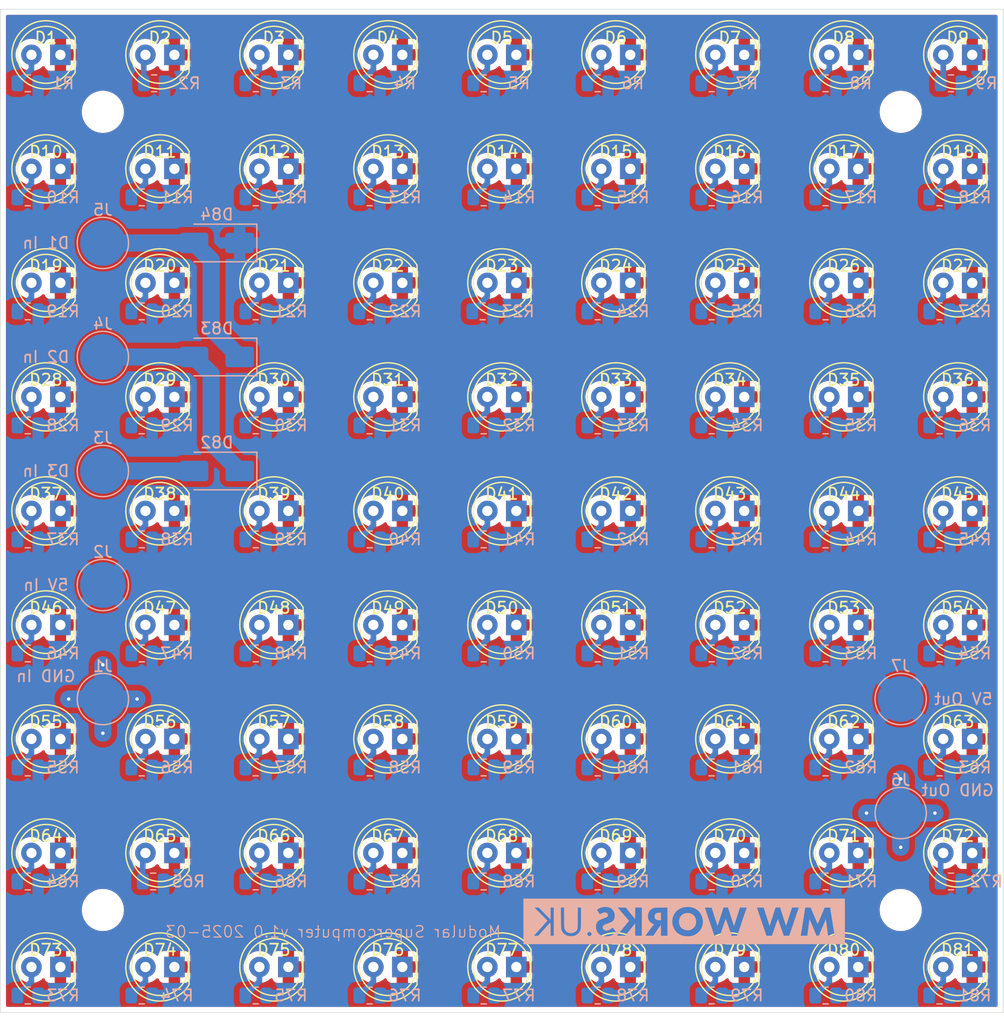
<source format=kicad_pcb>
(kicad_pcb (version 20241229) (generator "pcbnew") (generator_version "9.0")
  (layers (0 "F.Cu" signal) (2 "B.Cu" signal) (13 "F.Paste" user) (15 "B.Paste" user) (5 "F.SilkS" user "F.Silkscreen") (7 "B.SilkS" user "B.Silkscreen") (1 "F.Mask" user) (3 "B.Mask" user) (25 "Edge.Cuts" user))
  (net 0 "")
  (net 1 "GND")
  (net 2 "Net-(D1-A)")
  (net 3 "Net-(D2-A)")
  (net 4 "Net-(D3-A)")
  (net 5 "Net-(D4-A)")
  (net 6 "Net-(D5-A)")
  (net 7 "Net-(D6-A)")
  (net 8 "Net-(D7-A)")
  (net 9 "Net-(D8-A)")
  (net 10 "Net-(D9-A)")
  (net 11 "Net-(D10-A)")
  (net 12 "Net-(D11-A)")
  (net 13 "Net-(D12-A)")
  (net 14 "Net-(D13-A)")
  (net 15 "Net-(D14-A)")
  (net 16 "Net-(D15-A)")
  (net 17 "Net-(D16-A)")
  (net 18 "Net-(D17-A)")
  (net 19 "Net-(D18-A)")
  (net 20 "Net-(D19-A)")
  (net 21 "Net-(D20-A)")
  (net 22 "Net-(D21-A)")
  (net 23 "Net-(D22-A)")
  (net 24 "Net-(D23-A)")
  (net 25 "Net-(D24-A)")
  (net 26 "Net-(D25-A)")
  (net 27 "Net-(D26-A)")
  (net 28 "Net-(D27-A)")
  (net 29 "Net-(D28-A)")
  (net 30 "Net-(D29-A)")
  (net 31 "Net-(D30-A)")
  (net 32 "Net-(D31-A)")
  (net 33 "Net-(D32-A)")
  (net 34 "Net-(D33-A)")
  (net 35 "Net-(D34-A)")
  (net 36 "Net-(D35-A)")
  (net 37 "Net-(D36-A)")
  (net 38 "Net-(D37-A)")
  (net 39 "Net-(D38-A)")
  (net 40 "Net-(D39-A)")
  (net 41 "Net-(D40-A)")
  (net 42 "Net-(D41-A)")
  (net 43 "Net-(D42-A)")
  (net 44 "Net-(D43-A)")
  (net 45 "Net-(D44-A)")
  (net 46 "Net-(D45-A)")
  (net 47 "Net-(D46-A)")
  (net 48 "Net-(D47-A)")
  (net 49 "Net-(D48-A)")
  (net 50 "Net-(D49-A)")
  (net 51 "Net-(D50-A)")
  (net 52 "Net-(D51-A)")
  (net 53 "Net-(D52-A)")
  (net 54 "Net-(D53-A)")
  (net 55 "Net-(D54-A)")
  (net 56 "Net-(D55-A)")
  (net 57 "Net-(D56-A)")
  (net 58 "Net-(D57-A)")
  (net 59 "Net-(D58-A)")
  (net 60 "Net-(D59-A)")
  (net 61 "Net-(D60-A)")
  (net 62 "Net-(D61-A)")
  (net 63 "Net-(D62-A)")
  (net 64 "Net-(D63-A)")
  (net 65 "Net-(D64-A)")
  (net 66 "Net-(D65-A)")
  (net 67 "Net-(D66-A)")
  (net 68 "Net-(D67-A)")
  (net 69 "Net-(D68-A)")
  (net 70 "Net-(D69-A)")
  (net 71 "Net-(D70-A)")
  (net 72 "Net-(D71-A)")
  (net 73 "Net-(D72-A)")
  (net 74 "Net-(D73-A)")
  (net 75 "Net-(D74-A)")
  (net 76 "Net-(D75-A)")
  (net 77 "Net-(D76-A)")
  (net 78 "Net-(D77-A)")
  (net 79 "Net-(D78-A)")
  (net 80 "Net-(D79-A)")
  (net 81 "Net-(D80-A)")
  (net 82 "Net-(D81-A)")
  (net 83 "Net-(D82-A)")
  (net 84 "Net-(D82-K)")
  (net 85 "Net-(D83-K)")
  (net 86 "+5V")
  (footprint "LED_THT:LED_D5.0mm" (layer "F.Cu") (at 121.275 50 180)
    (property "Reference" "D3")
    (property "Value" "LED")
  )
  (footprint "LED_THT:LED_D5.0mm" (layer "F.Cu") (at 101.275 130 180)
    (property "Reference" "D73")
    (property "Value" "LED")
  )
  (footprint "LED_THT:LED_D5.0mm" (layer "F.Cu") (at 141.275 60 180)
    (property "Reference" "D14")
    (property "Value" "LED")
  )
  (footprint "LED_THT:LED_D5.0mm" (layer "F.Cu") (at 181.275 120 180)
    (property "Reference" "D72")
    (property "Value" "LED")
  )
  (footprint "LED_THT:LED_D5.0mm" (layer "F.Cu") (at 181.275 100 180)
    (property "Reference" "D54")
    (property "Value" "LED")
  )
  (footprint "LED_THT:LED_D5.0mm" (layer "F.Cu") (at 171.275 100 180)
    (property "Reference" "D53")
    (property "Value" "LED")
  )
  (footprint "LED_THT:LED_D5.0mm" (layer "F.Cu") (at 151.275 90 180)
    (property "Reference" "D42")
    (property "Value" "LED")
  )
  (footprint "LED_THT:LED_D5.0mm" (layer "F.Cu") (at 111.275 130 180)
    (property "Reference" "D74")
    (property "Value" "LED")
  )
  (footprint "LED_THT:LED_D5.0mm" (layer "F.Cu") (at 151.275 130 180)
    (property "Reference" "D78")
    (property "Value" "LED")
  )
  (footprint "LED_THT:LED_D5.0mm" (layer "F.Cu") (at 141.275 70 180)
    (property "Reference" "D23")
    (property "Value" "LED")
  )
  (footprint "LED_THT:LED_D5.0mm" (layer "F.Cu") (at 181.275 130 180)
    (property "Reference" "D81")
    (property "Value" "LED")
  )
  (footprint "LED_THT:LED_D5.0mm" (layer "F.Cu") (at 181.275 70 180)
    (property "Reference" "D27")
    (property "Value" "LED")
  )
  (footprint "LED_THT:LED_D5.0mm" (layer "F.Cu") (at 151.275 50 180)
    (property "Reference" "D6")
    (property "Value" "LED")
  )
  (footprint "LED_THT:LED_D5.0mm" (layer "F.Cu") (at 101.275 90 180)
    (property "Reference" "D37")
    (property "Value" "LED")
  )
  (footprint "LED_THT:LED_D5.0mm" (layer "F.Cu") (at 101.275 80 180)
    (property "Reference" "D28")
    (property "Value" "LED")
  )
  (footprint "LED_THT:LED_D5.0mm" (layer "F.Cu") (at 131.275 120 180)
    (property "Reference" "D67")
    (property "Value" "LED")
  )
  (footprint "LED_THT:LED_D5.0mm" (layer "F.Cu") (at 151.275 70 180)
    (property "Reference" "D24")
    (property "Value" "LED")
  )
  (footprint "LED_THT:LED_D5.0mm" (layer "F.Cu") (at 141.275 100 180)
    (property "Reference" "D50")
    (property "Value" "LED")
  )
  (footprint "LED_THT:LED_D5.0mm" (layer "F.Cu") (at 131.275 60 180)
    (property "Reference" "D13")
    (property "Value" "LED")
  )
  (footprint "LED_THT:LED_D5.0mm" (layer "F.Cu") (at 121.275 120 180)
    (property "Reference" "D66")
    (property "Value" "LED")
  )
  (footprint "LED_THT:LED_D5.0mm" (layer "F.Cu") (at 171.275 60 180)
    (property "Reference" "D17")
    (property "Value" "LED")
  )
  (footprint "LED_THT:LED_D5.0mm" (layer "F.Cu") (at 171.275 70 180)
    (property "Reference" "D26")
    (property "Value" "LED")
  )
  (footprint "LED_THT:LED_D5.0mm" (layer "F.Cu") (at 141.275 90 180)
    (property "Reference" "D41")
    (property "Value" "LED")
  )
  (footprint "LED_THT:LED_D5.0mm" (layer "F.Cu") (at 181.275 50 180)
    (property "Reference" "D9")
    (property "Value" "LED")
  )
  (footprint "LED_THT:LED_D5.0mm" (layer "F.Cu") (at 131.275 110 180)
    (property "Reference" "D58")
    (property "Value" "LED")
  )
  (footprint "LED_THT:LED_D5.0mm" (layer "F.Cu") (at 171.275 120 180)
    (property "Reference" "D71")
    (property "Value" "LED")
  )
  (footprint "LED_THT:LED_D5.0mm" (layer "F.Cu") (at 111.275 110 180)
    (property "Reference" "D56")
    (property "Value" "LED")
  )
  (footprint "LED_THT:LED_D5.0mm" (layer "F.Cu") (at 131.275 130 180)
    (property "Reference" "D76")
    (property "Value" "LED")
  )
  (footprint "LED_THT:LED_D5.0mm" (layer "F.Cu") (at 181.275 90 180)
    (property "Reference" "D45")
    (property "Value" "LED")
  )
  (footprint "LED_THT:LED_D5.0mm" (layer "F.Cu") (at 181.275 60 180)
    (property "Reference" "D18")
    (property "Value" "LED")
  )
  (footprint "LED_THT:LED_D5.0mm" (layer "F.Cu") (at 131.275 50 180)
    (property "Reference" "D4")
    (property "Value" "LED")
  )
  (footprint "LED_THT:LED_D5.0mm" (layer "F.Cu") (at 111.275 70 180)
    (property "Reference" "D20")
    (property "Value" "LED")
  )
  (footprint "LED_THT:LED_D5.0mm" (layer "F.Cu") (at 161.275 110 180)
    (property "Reference" "D61")
    (property "Value" "LED")
  )
  (footprint "LED_THT:LED_D5.0mm" (layer "F.Cu") (at 141.275 80 180)
    (property "Reference" "D32")
    (property "Value" "LED")
  )
  (footprint "LED_THT:LED_D5.0mm" (layer "F.Cu") (at 161.275 90 180)
    (property "Reference" "D43")
    (property "Value" "LED")
  )
  (footprint "LED_THT:LED_D5.0mm" (layer "F.Cu") (at 131.275 80 180)
    (property "Reference" "D31")
    (property "Value" "LED")
  )
  (footprint "LED_THT:LED_D5.0mm" (layer "F.Cu") (at 161.275 120 180)
    (property "Reference" "D70")
    (property "Value" "LED")
  )
  (footprint "LED_THT:LED_D5.0mm" (layer "F.Cu") (at 151.275 110 180)
    (property "Reference" "D60")
    (property "Value" "LED")
  )
  (footprint "LED_THT:LED_D5.0mm" (layer "F.Cu") (at 121.275 100 180)
    (property "Reference" "D48")
    (property "Value" "LED")
  )
  (footprint "LED_THT:LED_D5.0mm" (layer "F.Cu") (at 171.275 50 180)
    (property "Reference" "D8")
    (property "Value" "LED")
  )
  (footprint "LED_THT:LED_D5.0mm" (layer "F.Cu") (at 111.275 50 180)
    (property "Reference" "D2")
    (property "Value" "LED")
  )
  (footprint "LED_THT:LED_D5.0mm" (layer "F.Cu") (at 181.275 80 180)
    (property "Reference" "D36")
    (property "Value" "LED")
  )
  (footprint "LED_THT:LED_D5.0mm" (layer "F.Cu") (at 151.275 120 180)
    (property "Reference" "D69")
    (property "Value" "LED")
  )
  (footprint "LED_THT:LED_D5.0mm" (layer "F.Cu") (at 151.275 60 180)
    (property "Reference" "D15")
    (property "Value" "LED")
  )
  (footprint "LED_THT:LED_D5.0mm" (layer "F.Cu") (at 121.275 60 180)
    (property "Reference" "D12")
    (property "Value" "LED")
  )
  (footprint "LED_THT:LED_D5.0mm" (layer "F.Cu") (at 131.275 100 180)
    (property "Reference" "D49")
    (property "Value" "LED")
  )
  (footprint "LED_THT:LED_D5.0mm" (layer "F.Cu") (at 171.275 130 180)
    (property "Reference" "D80")
    (property "Value" "LED")
  )
  (footprint "LED_THT:LED_D5.0mm" (layer "F.Cu") (at 141.275 110 180)
    (property "Reference" "D59")
    (property "Value" "LED")
  )
  (footprint "LED_THT:LED_D5.0mm" (layer "F.Cu") (at 141.275 50 180)
    (property "Reference" "D5")
    (property "Value" "LED")
  )
  (footprint "LED_THT:LED_D5.0mm" (layer "F.Cu") (at 171.275 80 180)
    (property "Reference" "D35")
    (property "Value" "LED")
  )
  (footprint "LED_THT:LED_D5.0mm" (layer "F.Cu") (at 101.275 120 180)
    (property "Reference" "D64")
    (property "Value" "LED")
  )
  (footprint "LED_THT:LED_D5.0mm" (layer "F.Cu") (at 151.275 80 180)
    (property "Reference" "D33")
    (property "Value" "LED")
  )
  (footprint "LED_THT:LED_D5.0mm" (layer "F.Cu") (at 161.275 60 180)
    (property "Reference" "D16")
    (property "Value" "LED")
  )
  (footprint "LED_THT:LED_D5.0mm" (layer "F.Cu") (at 161.275 100 180)
    (property "Reference" "D52")
    (property "Value" "LED")
  )
  (footprint "LED_THT:LED_D5.0mm" (layer "F.Cu") (at 121.275 80 180)
    (property "Reference" "D30")
    (property "Value" "LED")
  )
  (footprint "LED_THT:LED_D5.0mm" (layer "F.Cu") (at 131.275 70 180)
    (property "Reference" "D22")
    (property "Value" "LED")
  )
  (footprint "LED_THT:LED_D5.0mm" (layer "F.Cu") (at 141.275 130 180)
    (property "Reference" "D77")
    (property "Value" "LED")
  )
  (footprint "LED_THT:LED_D5.0mm" (layer "F.Cu") (at 111.275 120 180)
    (property "Reference" "D65")
    (property "Value" "LED")
  )
  (footprint "LED_THT:LED_D5.0mm" (layer "F.Cu") (at 161.275 50 180)
    (property "Reference" "D7")
    (property "Value" "LED")
  )
  (footprint "LED_THT:LED_D5.0mm" (layer "F.Cu") (at 171.275 110 180)
    (property "Reference" "D62")
    (property "Value" "LED")
  )
  (footprint "LED_THT:LED_D5.0mm" (layer "F.Cu") (at 161.275 70 180)
    (property "Reference" "D25")
    (property "Value" "LED")
  )
  (footprint "LED_THT:LED_D5.0mm" (layer "F.Cu") (at 111.275 100 180)
    (property "Reference" "D47")
    (property "Value" "LED")
  )
  (footprint "LED_THT:LED_D5.0mm" (layer "F.Cu") (at 101.275 110 180)
    (property "Reference" "D55")
    (property "Value" "LED")
  )
  (footprint "LED_THT:LED_D5.0mm" (layer "F.Cu") (at 111.275 60 180)
    (property "Reference" "D11")
    (property "Value" "LED")
  )
  (footprint "LED_THT:LED_D5.0mm" (layer "F.Cu") (at 121.275 90 180)
    (property "Reference" "D39")
    (property "Value" "LED")
  )
  (footprint "LED_THT:LED_D5.0mm" (layer "F.Cu") (at 101.275 60 180)
    (property "Reference" "D10")
    (property "Value" "LED")
  )
  (footprint "LED_THT:LED_D5.0mm" (layer "F.Cu") (at 151.275 100 180)
    (property "Reference" "D51")
    (property "Value" "LED")
  )
  (footprint "LED_THT:LED_D5.0mm" (layer "F.Cu") (at 111.275 90 180)
    (property "Reference" "D38")
    (property "Value" "LED")
  )
  (footprint "LED_THT:LED_D5.0mm" (layer "F.Cu") (at 101.275 100 180)
    (property "Reference" "D46")
    (property "Value" "LED")
  )
  (footprint "LED_THT:LED_D5.0mm" (layer "F.Cu") (at 181.275 110 180)
    (property "Reference" "D63")
    (property "Value" "LED")
  )
  (footprint "LED_THT:LED_D5.0mm" (layer "F.Cu") (at 171.275 90 180)
    (property "Reference" "D44")
    (property "Value" "LED")
  )
  (footprint "LED_THT:LED_D5.0mm" (layer "F.Cu") (at 131.275 90 180)
    (property "Reference" "D40")
    (property "Value" "LED")
  )
  (footprint "LED_THT:LED_D5.0mm" (layer "F.Cu") (at 161.275 130 180)
    (property "Reference" "D79")
    (property "Value" "LED")
  )
  (footprint "LED_THT:LED_D5.0mm" (layer "F.Cu") (at 121.275 70 180)
    (property "Reference" "D21")
    (property "Value" "LED")
  )
  (footprint "LED_THT:LED_D5.0mm" (layer "F.Cu") (at 121.275 130 180)
    (property "Reference" "D75")
    (property "Value" "LED")
  )
  (footprint "LED_THT:LED_D5.0mm" (layer "F.Cu") (at 161.275 80 180)
    (property "Reference" "D34")
    (property "Value" "LED")
  )
  (footprint "LED_THT:LED_D5.0mm" (layer "F.Cu") (at 101.275 70 180)
    (property "Reference" "D19")
    (property "Value" "LED")
  )
  (footprint "LED_THT:LED_D5.0mm" (layer "F.Cu") (at 141.275 120 180)
    (property "Reference" "D68")
    (property "Value" "LED")
  )
  (footprint "LED_THT:LED_D5.0mm" (layer "F.Cu") (at 111.275 80 180)
    (property "Reference" "D29")
    (property "Value" "LED")
  )
  (footprint "LED_THT:LED_D5.0mm" (layer "F.Cu") (at 101.275 50 180)
    (property "Reference" "D1")
    (property "Value" "LED")
  )
  (footprint "LED_THT:LED_D5.0mm" (layer "F.Cu") (at 121.275 110 180)
    (property "Reference" "D57")
    (property "Value" "LED")
  )
  (footprint "Diode_SMD:D_SMA" (layer "B.Cu") (at 115 86.5 180)
    (property "Reference" "D82")
    (property "Value" "US2MA")
  )
  (footprint "Resistor_SMD:R_0805_2012Metric" (layer "B.Cu") (at 118.4125 82.5 180)
    (property "Reference" "R30")
    (property "Value" "470R")
  )
  (footprint "MountingHole:MountingHole_3.2mm_M3" (layer "B.Cu") (at 175 55 180)
    (property "Reference" "REF**" (hide yes))
    (property "Value" "MountingHole_3.2mm_M3" (hide yes))
  )
  (footprint "Resistor_SMD:R_0805_2012Metric" (layer "B.Cu") (at 179.4125 122.5 180)
    (property "Reference" "R72")
    (property "Value" "470R")
  )
  (footprint "Resistor_SMD:R_0805_2012Metric" (layer "B.Cu") (at 118.4125 92.5 180)
    (property "Reference" "R39")
    (property "Value" "470R")
  )
  (footprint "Resistor_SMD:R_0805_2012Metric" (layer "B.Cu") (at 108.4125 62.5 180)
    (property "Reference" "R11")
    (property "Value" "470R")
  )
  (footprint "TestPoint:TestPoint_Pad_D4.0mm" (layer "B.Cu") (at 105 86.5 180)
    (property "Reference" "J3")
    (property "Value" "D3 In")
  )
  (footprint "Resistor_SMD:R_0805_2012Metric" (layer "B.Cu") (at 98.4125 92.5 180)
    (property "Reference" "R37")
    (property "Value" "470R")
  )
  (footprint "Resistor_SMD:R_0805_2012Metric" (layer "B.Cu") (at 138.4125 112.5 180)
    (property "Reference" "R59")
    (property "Value" "470R")
  )
  (footprint "TestPoint:TestPoint_Pad_D4.0mm" (layer "B.Cu") (at 175 116.5 180)
    (property "Reference" "J6")
    (property "Value" "GND Out")
  )
  (footprint "Resistor_SMD:R_0805_2012Metric" (layer "B.Cu") (at 108.4125 82.5 180)
    (property "Reference" "R29")
    (property "Value" "470R")
  )
  (footprint "Resistor_SMD:R_0805_2012Metric" (layer "B.Cu") (at 178.4125 112.5 180)
    (property "Reference" "R63")
    (property "Value" "470R")
  )
  (footprint "Resistor_SMD:R_0805_2012Metric" (layer "B.Cu") (at 158.4125 112.5 180)
    (property "Reference" "R61")
    (property "Value" "470R")
  )
  (footprint "MountingHole:MountingHole_3.2mm_M3" (layer "B.Cu") (at 105 125 180)
    (property "Reference" "REF**" (hide yes))
    (property "Value" "MountingHole_3.2mm_M3" (hide yes))
  )
  (footprint "Resistor_SMD:R_0805_2012Metric" (layer "B.Cu") (at 138.4125 52.5 180)
    (property "Reference" "R5")
    (property "Value" "470R")
  )
  (footprint "Resistor_SMD:R_0805_2012Metric" (layer "B.Cu") (at 168.4125 132.5 180)
    (property "Reference" "R80")
    (property "Value" "470R")
  )
  (footprint "Resistor_SMD:R_0805_2012Metric" (layer "B.Cu") (at 118.4125 132.5 180)
    (property "Reference" "R75")
    (property "Value" "470R")
  )
  (footprint "Resistor_SMD:R_0805_2012Metric" (layer "B.Cu") (at 98.4125 52.5 180)
    (property "Reference" "R1")
    (property "Value" "470R")
  )
  (footprint "Resistor_SMD:R_0805_2012Metric" (layer "B.Cu") (at 158.4125 92.5 180)
    (property "Reference" "R43")
    (property "Value" "470R")
  )
  (footprint "Resistor_SMD:R_0805_2012Metric" (layer "B.Cu") (at 128.4125 122.5 180)
    (property "Reference" "R67")
    (property "Value" "470R")
  )
  (footprint "Resistor_SMD:R_0805_2012Metric" (layer "B.Cu") (at 138.4125 92.5 180)
    (property "Reference" "R41")
    (property "Value" "470R")
  )
  (footprint "Resistor_SMD:R_0805_2012Metric" (layer "B.Cu") (at 128.4125 132.5 180)
    (property "Reference" "R76")
    (property "Value" "470R")
  )
  (footprint "Resistor_SMD:R_0805_2012Metric" (layer "B.Cu") (at 138.4125 62.5 180)
    (property "Reference" "R14")
    (property "Value" "470R")
  )
  (footprint "MountingHole:MountingHole_3.2mm_M3" (layer "B.Cu") (at 105 55 180)
    (property "Reference" "REF**" (hide yes))
    (property "Value" "MountingHole_3.2mm_M3" (hide yes))
  )
  (footprint "Resistor_SMD:R_0805_2012Metric" (layer "B.Cu") (at 108.4125 112.5 180)
    (property "Reference" "R56")
    (property "Value" "470R")
  )
  (footprint "Resistor_SMD:R_0805_2012Metric" (layer "B.Cu") (at 148.4125 132.5 180)
    (property "Reference" "R78")
    (property "Value" "470R")
  )
  (footprint "Resistor_SMD:R_0805_2012Metric" (layer "B.Cu") (at 148.4125 102.5 180)
    (property "Reference" "R51")
    (property "Value" "470R")
  )
  (footprint "TestPoint:TestPoint_Pad_D4.0mm" (layer "B.Cu") (at 175 106.5 180)
    (property "Reference" "J7")
    (property "Value" "5V Out")
  )
  (footprint "Resistor_SMD:R_0805_2012Metric" (layer "B.Cu") (at 158.4125 82.5 180)
    (property "Reference" "R34")
    (property "Value" "470R")
  )
  (footprint "Resistor_SMD:R_0805_2012Metric" (layer "B.Cu") (at 118.4125 112.5 180)
    (property "Reference" "R57")
    (property "Value" "470R")
  )
  (footprint "Resistor_SMD:R_0805_2012Metric" (layer "B.Cu") (at 109.4125 122.5 180)
    (property "Reference" "R65")
    (property "Value" "470R")
  )
  (footprint "Resistor_SMD:R_0805_2012Metric" (layer "B.Cu") (at 98.4125 72.5 180)
    (property "Reference" "R19")
    (property "Value" "470R")
  )
  (footprint "Resistor_SMD:R_0805_2012Metric" (layer "B.Cu") (at 148.4125 62.5 180)
    (property "Reference" "R15")
    (property "Value" "470R")
  )
  (footprint "Resistor_SMD:R_0805_2012Metric" (layer "B.Cu") (at 118.4125 52.5 180)
    (property "Reference" "R3")
    (property "Value" "470R")
  )
  (footprint "Resistor_SMD:R_0805_2012Metric" (layer "B.Cu") (at 109.5 52.5 180)
    (property "Reference" "R2")
    (property "Value" "470R")
  )
  (footprint "Resistor_SMD:R_0805_2012Metric" (layer "B.Cu") (at 158.4125 132.5 180)
    (property "Reference" "R79")
    (property "Value" "470R")
  )
  (footprint "Resistor_SMD:R_0805_2012Metric" (layer "B.Cu") (at 98.4125 122.5 180)
    (property "Reference" "R64")
    (property "Value" "470R")
  )
  (footprint "Resistor_SMD:R_0805_2012Metric" (layer "B.Cu") (at 128.4125 82.5 180)
    (property "Reference" "R31")
    (property "Value" "470R")
  )
  (footprint "Resistor_SMD:R_0805_2012Metric" (layer "B.Cu") (at 168.4125 112.5 180)
    (property "Reference" "R62")
    (property "Value" "470R")
  )
  (footprint "Resistor_SMD:R_0805_2012Metric" (layer "B.Cu") (at 98.4125 132.5 180)
    (property "Reference" "R73")
    (property "Value" "470R")
  )
  (footprint "Resistor_SMD:R_0805_2012Metric" (layer "B.Cu") (at 178.4125 82.5 180)
    (property "Reference" "R36")
    (property "Value" "470R")
  )
  (footprint "Resistor_SMD:R_0805_2012Metric" (layer "B.Cu") (at 148.4125 82.5 180)
    (property "Reference" "R33")
    (property "Value" "470R")
  )
  (footprint "Resistor_SMD:R_0805_2012Metric" (layer "B.Cu") (at 168.4125 102.5 180)
    (property "Reference" "R53")
    (property "Value" "470R")
  )
  (footprint "Resistor_SMD:R_0805_2012Metric" (layer "B.Cu") (at 148.4125 112.5 180)
    (property "Reference" "R60")
    (property "Value" "470R")
  )
  (footprint "Resistor_SMD:R_0805_2012Metric" (layer "B.Cu") (at 168.4125 62.5 180)
    (property "Reference" "R17")
    (property "Value" "470R")
  )
  (footprint "Resistor_SMD:R_0805_2012Metric" (layer "B.Cu") (at 98.4125 62.5 180)
    (property "Reference" "R10")
    (property "Value" "470R")
  )
  (footprint "Resistor_SMD:R_0805_2012Metric" (layer "B.Cu") (at 98.4125 112.5 180)
    (property "Reference" "R55")
    (property "Value" "470R")
  )
  (footprint "Resistor_SMD:R_0805_2012Metric" (layer "B.Cu") (at 138.4125 122.5 180)
    (property "Reference" "R68")
    (property "Value" "470R")
  )
  (footprint "TestPoint:TestPoint_Pad_D4.0mm" (layer "B.Cu") (at 105 96.5 180)
    (property "Reference" "J2")
    (property "Value" "5V In")
  )
  (footprint "Resistor_SMD:R_0805_2012Metric" (layer "B.Cu") (at 179.4125 52.5 180)
    (property "Reference" "R9")
    (property "Value" "470R")
  )
  (footprint "Resistor_SMD:R_0805_2012Metric" (layer "B.Cu") (at 118.4125 62.5 180)
    (property "Reference" "R12")
    (property "Value" "470R")
  )
  (footprint "Resistor_SMD:R_0805_2012Metric" (layer "B.Cu") (at 168.4125 82.5 180)
    (property "Reference" "R35")
    (property "Value" "470R")
  )
  (footprint "Resistor_SMD:R_0805_2012Metric" (layer "B.Cu") (at 118.4125 102.5 180)
    (property "Reference" "R48")
    (property "Value" "470R")
  )
  (footprint "Resistor_SMD:R_0805_2012Metric" (layer "B.Cu") (at 148.4125 122.5 180)
    (property "Reference" "R69")
    (property "Value" "470R")
  )
  (footprint "Resistor_SMD:R_0805_2012Metric" (layer "B.Cu") (at 148.4125 72.5 180)
    (property "Reference" "R24")
    (property "Value" "470R")
  )
  (footprint "Resistor_SMD:R_0805_2012Metric" (layer "B.Cu") (at 178.4125 72.5 180)
    (property "Reference" "R27")
    (property "Value" "470R")
  )
  (footprint "Resistor_SMD:R_0805_2012Metric" (layer "B.Cu") (at 138.4125 132.5 180)
    (property "Reference" "R77")
    (property "Value" "470R")
  )
  (footprint "Resistor_SMD:R_0805_2012Metric" (layer "B.Cu") (at 148.4125 52.5 180)
    (property "Reference" "R6")
    (property "Value" "470R")
  )
  (footprint "Resistor_SMD:R_0805_2012Metric" (layer "B.Cu") (at 118.4125 122.5 180)
    (property "Reference" "R66")
    (property "Value" "470R")
  )
  (footprint "Resistor_SMD:R_0805_2012Metric" (layer "B.Cu") (at 158.4125 102.5 180)
    (property "Reference" "R52")
    (property "Value" "470R")
  )
  (footprint "Resistor_SMD:R_0805_2012Metric" (layer "B.Cu") (at 128.4125 102.5 180)
    (property "Reference" "R49")
    (property "Value" "470R")
  )
  (footprint "Resistor_SMD:R_0805_2012Metric" (layer "B.Cu") (at 108.4125 102.5 180)
    (property "Reference" "R47")
    (property "Value" "470R")
  )
  (footprint "Resistor_SMD:R_0805_2012Metric" (layer "B.Cu") (at 158.4125 122.5 180)
    (property "Reference" "R70")
    (property "Value" "470R")
  )
  (footprint "Resistor_SMD:R_0805_2012Metric" (layer "B.Cu") (at 138.4125 82.5 180)
    (property "Reference" "R32")
    (property "Value" "470R")
  )
  (footprint "Resistor_SMD:R_0805_2012Metric" (layer "B.Cu") (at 118.4125 72.5 180)
    (property "Reference" "R21")
    (property "Value" "470R")
  )
  (footprint "TestPoint:TestPoint_Pad_D4.0mm" (layer "B.Cu") (at 105 66.5 180)
    (property "Reference" "J5")
    (property "Value" "D1 In")
  )
  (footprint "Resistor_SMD:R_0805_2012Metric" (layer "B.Cu") (at 138.4125 102.5 180)
    (property "Reference" "R50")
    (property "Value" "470R")
  )
  (footprint "Resistor_SMD:R_0805_2012Metric" (layer "B.Cu") (at 128.4125 72.5 180)
    (property "Reference" "R22")
    (property "Value" "470R")
  )
  (footprint "Resistor_SMD:R_0805_2012Metric" (layer "B.Cu") (at 178.4125 102.5 180)
    (property "Reference" "R54")
    (property "Value" "470R")
  )
  (footprint "Diode_SMD:D_SMA" (layer "B.Cu") (at 115 66.5 180)
    (property "Reference" "D84")
    (property "Value" "US2MA")
  )
  (footprint "MW Misc:MWWorks-4mmHeight" (layer "B.Cu") (at 156 126 180)
    (property "Reference" "REF**" (hide yes))
    (property "Value" "MWWorks-4mmHeight" (hide yes))
  )
  (footprint "Resistor_SMD:R_0805_2012Metric" (layer "B.Cu") (at 98.4125 102.5 180)
    (property "Reference" "R46")
    (property "Value" "470R")
  )
  (footprint "Resistor_SMD:R_0805_2012Metric" (layer "B.Cu") (at 168.4125 72.5 180)
    (property "Reference" "R26")
    (property "Value" "470R")
  )
  (footprint "Diode_SMD:D_SMA" (layer "B.Cu") (at 115 76.5 180)
    (property "Reference" "D83")
    (property "Value" "US2MA")
  )
  (footprint "Resistor_SMD:R_0805_2012Metric" (layer "B.Cu") (at 148.4125 92.5 180)
    (property "Reference" "R42")
    (property "Value" "470R")
  )
  (footprint "Resistor_SMD:R_0805_2012Metric" (layer "B.Cu") (at 98.4125 82.5 180)
    (property "Reference" "R28")
    (property "Value" "470R")
  )
  (footprint "Resistor_SMD:R_0805_2012Metric" (layer "B.Cu") (at 108.4125 132.5 180)
    (property "Reference" "R74")
    (property "Value" "470R")
  )
  (footprint "Resistor_SMD:R_0805_2012Metric" (layer "B.Cu") (at 128.4125 52.5 180)
    (property "Reference" "R4")
    (property "Value" "470R")
  )
  (footprint "TestPoint:TestPoint_Pad_D4.0mm" (layer "B.Cu") (at 105 76.5 180)
    (property "Reference" "J4")
    (property "Value" "D2 In")
  )
  (footprint "Resistor_SMD:R_0805_2012Metric" (layer "B.Cu") (at 108.4125 72.5 180)
    (property "Reference" "R20")
    (property "Value" "470R")
  )
  (footprint "Resistor_SMD:R_0805_2012Metric" (layer "B.Cu") (at 128.4125 92.5 180)
    (property "Reference" "R40")
    (property "Value" "470R")
  )
  (footprint "MountingHole:MountingHole_3.2mm_M3" (layer "B.Cu") (at 175 125 180)
    (property "Reference" "REF**" (hide yes))
    (property "Value" "MountingHole_3.2mm_M3" (hide yes))
  )
  (footprint "Resistor_SMD:R_0805_2012Metric" (layer "B.Cu") (at 168.4125 52.5 180)
    (property "Reference" "R8")
    (property "Value" "470R")
  )
  (footprint "Resistor_SMD:R_0805_2012Metric" (layer "B.Cu") (at 168.4125 122.5 180)
    (property "Reference" "R71")
    (property "Value" "470R")
  )
  (footprint "Resistor_SMD:R_0805_2012Metric" (layer "B.Cu") (at 178.4125 92.5 180)
    (property "Reference" "R45")
    (property "Value" "470R")
  )
  (footprint "Resistor_SMD:R_0805_2012Metric" (layer "B.Cu") (at 128.4125 62.5 180)
    (property "Reference" "R13")
    (property "Value" "470R")
  )
  (footprint "Resistor_SMD:R_0805_2012Metric" (layer "B.Cu") (at 168.4125 92.5 180)
    (property "Reference" "R44")
    (property "Value" "470R")
  )
  (footprint "Resistor_SMD:R_0805_2012Metric" (layer "B.Cu") (at 158.4125 72.5 180)
    (property "Reference" "R25")
    (property "Value" "470R")
  )
  (footprint "Resistor_SMD:R_0805_2012Metric" (layer "B.Cu") (at 178.4125 132.5 180)
    (property "Reference" "R81")
    (property "Value" "470R")
  )
  (footprint "Resistor_SMD:R_0805_2012Metric" (layer "B.Cu") (at 158.4125 52.5 180)
    (property "Reference" "R7")
    (property "Value" "470R")
  )
  (footprint "Resistor_SMD:R_0805_2012Metric" (layer "B.Cu") (at 158.4125 62.5 180)
    (property "Reference" "R16")
    (property "Value" "470R")
  )
  (footprint "Resistor_SMD:R_0805_2012Metric" (layer "B.Cu") (at 108.4125 92.5 180)
    (property "Reference" "R38")
    (property "Value" "470R")
  )
  (footprint "TestPoint:TestPoint_Pad_D4.0mm" (layer "B.Cu") (at 105 106.5 180)
    (property "Reference" "J1")
    (property "Value" "GND In")
  )
  (footprint "Resistor_SMD:R_0805_2012Metric" (layer "B.Cu") (at 138.325 72.5 180)
    (property "Reference" "R23")
    (property "Value" "470R")
  )
  (footprint "Resistor_SMD:R_0805_2012Metric" (layer "B.Cu") (at 178.4125 62.5 180)
    (property "Reference" "R18")
    (property "Value" "470R")
  )
  (footprint "Resistor_SMD:R_0805_2012Metric" (layer "B.Cu") (at 128.4125 112.5 180)
    (property "Reference" "R58")
    (property "Value" "470R")
  )
  (gr_rect (start 96 46) (end 184 134) (stroke (width 0.05)) (fill no) (layer "Edge.Cuts"))
  (gr_text "Modular Supercomputer v1.0 2025-03" (at 140 127.5 0) (layer "B.SilkS") (effects (font (size 1 1) (thickness 0.1)) (justify left bottom mirror)))
  (via (at 175 119.5) (size 0.7) (drill 0.3) (layers "F.Cu" "B.Cu") (net 1))
  (via (at 105 109.5) (size 0.7) (drill 0.3) (layers "F.Cu" "B.Cu") (net 1))
  (via (at 172 116.5) (size 0.7) (drill 0.3) (layers "F.Cu" "B.Cu") (net 1))
  (via (at 105 103.5) (size 0.7) (drill 0.3) (layers "F.Cu" "B.Cu") (net 1))
  (via (at 102 106.5) (size 0.7) (drill 0.3) (layers "F.Cu" "B.Cu") (net 1))
  (via (at 178 116.5) (size 0.7) (drill 0.3) (layers "F.Cu" "B.Cu") (net 1))
  (via (at 108 106.5) (size 0.7) (drill 0.3) (layers "F.Cu" "B.Cu") (net 1))
  (via (at 175 113.5) (size 0.7) (drill 0.3) (layers "F.Cu" "B.Cu") (net 1))
  (segment (start 105 106.5) (end 105 103.5) (width 1.5) (layer "B.Cu") (net 1))
  (segment (start 175 116.5) (end 175 119.5) (width 1.5) (layer "B.Cu") (net 1))
  (segment (start 175 116.5) (end 178 116.5) (width 1.5) (layer "B.Cu") (net 1))
  (segment (start 175 116.5) (end 172 116.5) (width 1.5) (layer "B.Cu") (net 1))
  (segment (start 105 106.5) (end 102 106.5) (width 1.5) (layer "B.Cu") (net 1))
  (segment (start 175 116.5) (end 175 113.5) (width 1.5) (layer "B.Cu") (net 1))
  (segment (start 105 106.5) (end 105 109.5) (width 1.5) (layer "B.Cu") (net 1))
  (segment (start 105 106.5) (end 108 106.5) (width 1.5) (layer "B.Cu") (net 1))
  (segment (start 98.735 50) (end 98.735 51.265) (width 0.5) (layer "B.Cu") (net 2))
  (segment (start 98.735 51.265) (end 97.5 52.5) (width 0.5) (layer "B.Cu") (net 2))
  (segment (start 108.5875 52.5) (end 108.5875 50.1475) (width 0.5) (layer "B.Cu") (net 3))
  (segment (start 108.5875 50.1475) (end 108.735 50) (width 0.5) (layer "B.Cu") (net 3))
  (segment (start 118.735 50) (end 118.735 51.265) (width 0.5) (layer "B.Cu") (net 4))
  (segment (start 118.735 51.265) (end 117.5 52.5) (width 0.5) (layer "B.Cu") (net 4))
  (segment (start 128.735 50) (end 128.735 51.265) (width 0.5) (layer "B.Cu") (net 5))
  (segment (start 128.735 51.265) (end 127.5 52.5) (width 0.5) (layer "B.Cu") (net 5))
  (segment (start 138.735 50) (end 138.735 51.265) (width 0.5) (layer "B.Cu") (net 6))
  (segment (start 138.735 51.265) (end 137.5 52.5) (width 0.5) (layer "B.Cu") (net 6))
  (segment (start 148.735 51.265) (end 147.5 52.5) (width 0.5) (layer "B.Cu") (net 7))
  (segment (start 148.735 50) (end 148.735 51.265) (width 0.5) (layer "B.Cu") (net 7))
  (segment (start 158.735 51.265) (end 157.5 52.5) (width 0.5) (layer "B.Cu") (net 8))
  (segment (start 158.735 50) (end 158.735 51.265) (width 0.5) (layer "B.Cu") (net 8))
  (segment (start 168.735 50) (end 168.735 51.265) (width 0.5) (layer "B.Cu") (net 9))
  (segment (start 168.735 51.265) (end 167.5 52.5) (width 0.5) (layer "B.Cu") (net 9))
  (segment (start 178.735 50) (end 178.735 52.265) (width 0.5) (layer "B.Cu") (net 10))
  (segment (start 178.735 52.265) (end 178.5 52.5) (width 0.5) (layer "B.Cu") (net 10))
  (segment (start 98.735 61.265) (end 97.5 62.5) (width 0.5) (layer "B.Cu") (net 11))
  (segment (start 98.735 60) (end 98.735 61.265) (width 0.5) (layer "B.Cu") (net 11))
  (segment (start 108.735 61.265) (end 107.5 62.5) (width 0.5) (layer "B.Cu") (net 12))
  (segment (start 108.735 60) (end 108.735 61.265) (width 0.5) (layer "B.Cu") (net 12))
  (segment (start 118.735 61.265) (end 117.5 62.5) (width 0.5) (layer "B.Cu") (net 13))
  (segment (start 118.735 60) (end 118.735 61.265) (width 0.5) (layer "B.Cu") (net 13))
  (segment (start 128.735 60) (end 128.735 61.265) (width 0.5) (layer "B.Cu") (net 14))
  (segment (start 128.735 61.265) (end 127.5 62.5) (width 0.5) (layer "B.Cu") (net 14))
  (segment (start 138.735 61.265) (end 137.5 62.5) (width 0.5) (layer "B.Cu") (net 15))
  (segment (start 138.735 60) (end 138.735 61.265) (width 0.5) (layer "B.Cu") (net 15))
  (segment (start 148.735 61.265) (end 147.5 62.5) (width 0.5) (layer "B.Cu") (net 16))
  (segment (start 148.735 60) (end 148.735 61.265) (width 0.5) (layer "B.Cu") (net 16))
  (segment (start 158.735 60) (end 158.735 61.265) (width 0.5) (layer "B.Cu") (net 17))
  (segment (start 158.735 61.265) (end 157.5 62.5) (width 0.5) (layer "B.Cu") (net 17))
  (segment (start 168.735 60) (end 168.735 61.265) (width 0.5) (layer "B.Cu") (net 18))
  (segment (start 168.735 61.265) (end 167.5 62.5) (width 0.5) (layer "B.Cu") (net 18))
  (segment (start 178.735 61.265) (end 177.5 62.5) (width 0.5) (layer "B.Cu") (net 19))
  (segment (start 178.735 60) (end 178.735 61.265) (width 0.5) (layer "B.Cu") (net 19))
  (segment (start 98.735 71.265) (end 97.5 72.5) (width 0.5) (layer "B.Cu") (net 20))
  (segment (start 98.735 70) (end 98.735 71.265) (width 0.5) (layer "B.Cu") (net 20))
  (segment (start 108.735 71.265) (end 107.5 72.5) (width 0.5) (layer "B.Cu") (net 21))
  (segment (start 108.735 70) (end 108.735 71.265) (width 0.5) (layer "B.Cu") (net 21))
  (segment (start 118.735 70) (end 118.735 71.265) (width 0.5) (layer "B.Cu") (net 22))
  (segment (start 118.735 71.265) (end 117.5 72.5) (width 0.5) (layer "B.Cu") (net 22))
  (segment (start 128.735 71.265) (end 127.5 72.5) (width 0.5) (layer "B.Cu") (net 23))
  (segment (start 128.735 70) (end 128.735 71.265) (width 0.5) (layer "B.Cu") (net 23))
  (segment (start 138.735 71.1775) (end 137.4125 72.5) (width 0.5) (layer "B.Cu") (net 24))
  (segment (start 138.735 70) (end 138.735 71.1775) (width 0.5) (layer "B.Cu") (net 24))
  (segment (start 148.735 70) (end 148.735 71.265) (width 0.5) (layer "B.Cu") (net 25))
  (segment (start 148.735 71.265) (end 147.5 72.5) (width 0.5) (layer "B.Cu") (net 25))
  (segment (start 158.735 71.265) (end 157.5 72.5) (width 0.5) (layer "B.Cu") (net 26))
  (segment (start 158.735 70) (end 158.735 71.265) (width 0.5) (layer "B.Cu") (net 26))
  (segment (start 168.735 71.265) (end 167.5 72.5) (width 0.5) (layer "B.Cu") (net 27))
  (segment (start 168.735 70) (end 168.735 71.265) (width 0.5) (layer "B.Cu") (net 27))
  (segment (start 178.735 70) (end 178.735 71.265) (width 0.5) (layer "B.Cu") (net 28))
  (segment (start 178.735 71.265) (end 177.5 72.5) (width 0.5) (layer "B.Cu") (net 28))
  (segment (start 98.735 80) (end 98.735 81.265) (width 0.5) (layer "B.Cu") (net 29))
  (segment (start 98.735 81.265) (end 97.5 82.5) (width 0.5) (layer "B.Cu") (net 29))
  (segment (start 108.735 80) (end 108.735 81.265) (width 0.5) (layer "B.Cu") (net 30))
  (segment (start 108.735 81.265) (end 107.5 82.5) (width 0.5) (layer "B.Cu") (net 30))
  (segment (start 118.735 81.265) (end 117.5 82.5) (width 0.5) (layer "B.Cu") (net 31))
  (segment (start 118.735 80) (end 118.735 81.265) (width 0.5) (layer "B.Cu") (net 31))
  (segment (start 128.735 80) (end 128.735 81.265) (width 0.5) (layer "B.Cu") (net 32))
  (segment (start 128.735 81.265) (end 127.5 82.5) (width 0.5) (layer "B.Cu") (net 32))
  (segment (start 138.735 81.265) (end 137.5 82.5) (width 0.5) (layer "B.Cu") (net 33))
  (segment (start 138.735 80) (end 138.735 81.265) (width 0.5) (layer "B.Cu") (net 33))
  (segment (start 148.735 80) (end 148.735 81.265) (width 0.5) (layer "B.Cu") (net 34))
  (segment (start 148.735 81.265) (end 147.5 82.5) (width 0.5) (layer "B.Cu") (net 34))
  (segment (start 158.735 81.265) (end 157.5 82.5) (width 0.5) (layer "B.Cu") (net 35))
  (segment (start 158.735 80) (end 158.735 81.265) (width 0.5) (layer "B.Cu") (net 35))
  (segment (start 168.735 81.265) (end 167.5 82.5) (width 0.5) (layer "B.Cu") (net 36))
  (segment (start 168.735 80) (end 168.735 81.265) (width 0.5) (layer "B.Cu") (net 36))
  (segment (start 178.735 80) (end 178.735 81.265) (width 0.5) (layer "B.Cu") (net 37))
  (segment (start 178.735 81.265) (end 177.5 82.5) (width 0.5) (layer "B.Cu") (net 37))
  (segment (start 98.735 91.265) (end 97.5 92.5) (width 0.5) (layer "B.Cu") (net 38))
  (segment (start 98.735 90) (end 98.735 91.265) (width 0.5) (layer "B.Cu") (net 38))
  (segment (start 108.735 91.265) (end 107.5 92.5) (width 0.5) (layer "B.Cu") (net 39))
  (segment (start 108.735 90) (end 108.735 91.265) (width 0.5) (layer "B.Cu") (net 39))
  (segment (start 118.735 91.265) (end 117.5 92.5) (width 0.5) (layer "B.Cu") (net 40))
  (segment (start 118.735 90) (end 118.735 91.265) (width 0.5) (layer "B.Cu") (net 40))
  (segment (start 128.735 91.265) (end 127.5 92.5) (width 0.5) (layer "B.Cu") (net 41))
  (segment (start 128.735 90) (end 128.735 91.265) (width 0.5) (layer "B.Cu") (net 41))
  (segment (start 138.735 91.265) (end 137.5 92.5) (width 0.5) (layer "B.Cu") (net 42))
  (segment (start 138.735 90) (end 138.735 91.265) (width 0.5) (layer "B.Cu") (net 42))
  (segment (start 148.735 91.265) (end 147.5 92.5) (width 0.5) (layer "B.Cu") (net 43))
  (segment (start 148.735 90) (end 148.735 91.265) (width 0.5) (layer "B.Cu") (net 43))
  (segment (start 158.735 91.265) (end 157.5 92.5) (width 0.5) (layer "B.Cu") (net 44))
  (segment (start 158.735 90) (end 158.735 91.265) (width 0.5) (layer "B.Cu") (net 44))
  (segment (start 168.735 90) (end 168.735 91.265) (width 0.5) (layer "B.Cu") (net 45))
  (segment (start 168.735 91.265) (end 167.5 92.5) (width 0.5) (layer "B.Cu") (net 45))
  (segment (start 178.735 90) (end 178.735 91.265) (width 0.5) (layer "B.Cu") (net 46))
  (segment (start 178.735 91.265) (end 177.5 92.5) (width 0.5) (layer "B.Cu") (net 46))
  (segment (start 98.735 100) (end 98.735 101.265) (width 0.5) (layer "B.Cu") (net 47))
  (segment (start 98.735 101.265) (end 97.5 102.5) (width 0.5) (layer "B.Cu") (net 47))
  (segment (start 108.735 100) (end 108.735 101.265) (width 0.5) (layer "B.Cu") (net 48))
  (segment (start 108.735 101.265) (end 107.5 102.5) (width 0.5) (layer "B.Cu") (net 48))
  (segment (start 118.735 101.265) (end 117.5 102.5) (width 0.5) (layer "B.Cu") (net 49))
  (segment (start 118.735 100) (end 118.735 101.265) (width 0.5) (layer "B.Cu") (net 49))
  (segment (start 128.735 100) (end 128.735 101.265) (width 0.5) (layer "B.Cu") (net 50))
  (segment (start 128.735 101.265) (end 127.5 102.5) (width 0.5) (layer "B.Cu") (net 50))
  (segment (start 138.735 101.265) (end 137.5 102.5) (width 0.5) (layer "B.Cu") (net 51))
  (segment (start 138.735 100) (end 138.735 101.265) (width 0.5) (layer "B.Cu") (net 51))
  (segment (start 148.735 100) (end 148.735 101.265) (width 0.5) (layer "B.Cu") (net 52))
  (segment (start 148.735 101.265) (end 147.5 102.5) (width 0.5) (layer "B.Cu") (net 52))
  (segment (start 158.735 101.265) (end 157.5 102.5) (width 0.5) (layer "B.Cu") (net 53))
  (segment (start 158.735 100) (end 158.735 101.265) (width 0.5) (layer "B.Cu") (net 53))
  (segment (start 168.735 101.265) (end 167.5 102.5) (width 0.5) (layer "B.Cu") (net 54))
  (segment (start 168.735 100) (end 168.735 101.265) (width 0.5) (layer "B.Cu") (net 54))
  (segment (start 178.735 100) (end 178.735 101.265) (width 0.5) (layer "B.Cu") (net 55))
  (segment (start 178.735 101.265) (end 177.5 102.5) (width 0.5) (layer "B.Cu") (net 55))
  (segment (start 98.735 111.265) (end 97.5 112.5) (width 0.5) (layer "B.Cu") (net 56))
  (segment (start 98.735 110) (end 98.735 111.265) (width 0.5) (layer "B.Cu") (net 56))
  (segment (start 108.735 111.265) (end 107.5 112.5) (width 0.5) (layer "B.Cu") (net 57))
  (segment (start 108.735 110) (end 108.735 111.265) (width 0.5) (layer "B.Cu") (net 57))
  (segment (start 118.735 110) (end 118.735 111.265) (width 0.5) (layer "B.Cu") (net 58))
  (segment (start 118.735 111.265) (end 117.5 112.5) (width 0.5) (layer "B.Cu") (net 58))
  (segment (start 128.735 110) (end 128.735 111.265) (width 0.5) (layer "B.Cu") (net 59))
  (segment (start 128.735 111.265) (end 127.5 112.5) (width 0.5) (layer "B.Cu") (net 59))
  (segment (start 138.735 111.265) (end 137.5 112.5) (width 0.5) (layer "B.Cu") (net 60))
  (segment (start 138.735 110) (end 138.735 111.265) (width 0.5) (layer "B.Cu") (net 60))
  (segment (start 148.735 110) (end 148.735 111.265) (width 0.5) (layer "B.Cu") (net 61))
  (segment (start 148.735 111.265) (end 147.5 112.5) (width 0.5) (layer "B.Cu") (net 61))
  (segment (start 158.735 110) (end 158.735 111.265) (width 0.5) (layer "B.Cu") (net 62))
  (segment (start 158.735 111.265) (end 157.5 112.5) (width 0.5) (layer "B.Cu") (net 62))
  (segment (start 168.735 111.265) (end 167.5 112.5) (width 0.5) (layer "B.Cu") (net 63))
  (segment (start 168.735 110) (end 168.735 111.265) (width 0.5) (layer "B.Cu") (net 63))
  (segment (start 178.735 111.265) (end 177.5 112.5) (width 0.5) (layer "B.Cu") (net 64))
  (segment (start 178.735 110) (end 178.735 111.265) (width 0.5) (layer "B.Cu") (net 64))
  (segment (start 98.735 120) (end 98.735 121.265) (width 0.5) (layer "B.Cu") (net 65))
  (segment (start 98.735 121.265) (end 97.5 122.5) (width 0.5) (layer "B.Cu") (net 65))
  (segment (start 108.5 120.235) (end 108.735 120) (width 0.5) (layer "B.Cu") (net 66))
  (segment (start 108.5 122.5) (end 108.5 120.235) (width 0.5) (layer "B.Cu") (net 66))
  (segment (start 118.735 121.265) (end 117.5 122.5) (width 0.5) (layer "B.Cu") (net 67))
  (segment (start 118.735 120) (end 118.735 121.265) (width 0.5) (layer "B.Cu") (net 67))
  (segment (start 128.735 121.265) (end 127.5 122.5) (width 0.5) (layer "B.Cu") (net 68))
  (segment (start 128.735 120) (end 128.735 121.265) (width 0.5) (layer "B.Cu") (net 68))
  (segment (start 138.735 120) (end 138.735 121.265) (width 0.5) (layer "B.Cu") (net 69))
  (segment (start 138.735 121.265) (end 137.5 122.5) (width 0.5) (layer "B.Cu") (net 69))
  (segment (start 148.735 120) (end 148.735 121.265) (width 0.5) (layer "B.Cu") (net 70))
  (segment (start 148.735 121.265) (end 147.5 122.5) (width 0.5) (layer "B.Cu") (net 70))
  (segment (start 158.735 120) (end 158.735 121.265) (width 0.5) (layer "B.Cu") (net 71))
  (segment (start 158.735 121.265) (end 157.5 122.5) (width 0.5) (layer "B.Cu") (net 71))
  (segment (start 168.735 121.265) (end 167.5 122.5) (width 0.5) (layer "B.Cu") (net 72))
  (segment (start 168.735 120) (end 168.735 121.265) (width 0.5) (layer "B.Cu") (net 72))
  (segment (start 178.5 122.5) (end 178.5 120.235) (width 0.5) (layer "B.Cu") (net 73))
  (segment (start 178.5 120.235) (end 178.735 120) (width 0.5) (layer "B.Cu") (net 73))
  (segment (start 98.735 131.265) (end 97.5 132.5) (width 0.5) (layer "B.Cu") (net 74))
  (segment (start 98.735 130) (end 98.735 131.265) (width 0.5) (layer "B.Cu") (net 74))
  (segment (start 108.735 130) (end 108.735 131.265) (width 0.5) (layer "B.Cu") (net 75))
  (segment (start 108.735 131.265) (end 107.5 132.5) (width 0.5) (layer "B.Cu") (net 75))
  (segment (start 118.735 130) (end 118.735 131.265) (width 0.5) (layer "B.Cu") (net 76))
  (segment (start 118.735 131.265) (end 117.5 132.5) (width 0.5) (layer "B.Cu") (net 76))
  (segment (start 128.735 131.265) (end 127.5 132.5) (width 0.5) (layer "B.Cu") (net 77))
  (segment (start 128.735 130) (end 128.735 131.265) (width 0.5) (layer "B.Cu") (net 77))
  (segment (start 138.735 130) (end 138.735 131.265) (width 0.5) (layer "B.Cu") (net 78))
  (segment (start 138.735 131.265) (end 137.5 132.5) (width 0.5) (layer "B.Cu") (net 78))
  (segment (start 148.735 130) (end 148.735 131.265) (width 0.5) (layer "B.Cu") (net 79))
  (segment (start 148.735 131.265) (end 147.5 132.5) (width 0.5) (layer "B.Cu") (net 79))
  (segment (start 158.735 130) (end 158.735 131.265) (width 0.5) (layer "B.Cu") (net 80))
  (segment (start 158.735 131.265) (end 157.5 132.5) (width 0.5) (layer "B.Cu") (net 80))
  (segment (start 168.735 130) (end 168.735 131.265) (width 0.5) (layer "B.Cu") (net 81))
  (segment (start 168.735 131.265) (end 167.5 132.5) (width 0.5) (layer "B.Cu") (net 81))
  (segment (start 178.735 130) (end 178.735 131.265) (width 0.5) (layer "B.Cu") (net 82))
  (segment (start 178.735 131.265) (end 177.5 132.5) (width 0.5) (layer "B.Cu") (net 82))
  (segment (start 105 86.5) (end 113 86.5) (width 1.5) (layer "B.Cu") (net 83))
  (segment (start 117 86.5) (end 114.5 84) (width 1.5) (layer "B.Cu") (net 84))
  (segment (start 105 76.5) (end 113 76.5) (width 1.5) (layer "B.Cu") (net 84))
  (segment (start 114.5 78) (end 113 76.5) (width 1.5) (layer "B.Cu") (net 84))
  (segment (start 114.5 84) (end 114.5 78) (width 1.5) (layer "B.Cu") (net 84))
  (segment (start 117 76.5) (end 114.5 74) (width 1.5) (layer "B.Cu") (net 85))
  (segment (start 105 66.5) (end 113 66.5) (width 1.5) (layer "B.Cu") (net 85))
  (segment (start 114.5 74) (end 114.5 68) (width 1.5) (layer "B.Cu") (net 85))
  (segment (start 114.5 68) (end 113 66.5) (width 1.5) (layer "B.Cu") (net 85))
  (zone (net 1) (net_name "GND") (layer "F.Cu") (connect_pads (clearance 0.5)) (min_thickness 0.25) (fill yes (thermal_gap 0.5) (thermal_bridge_width 1))
    (polygon (pts (xy 96 46) (xy 96 134) (xy 184 134) (xy 184 46)))
  )
  (zone (net 86) (net_name "+5V") (layer "B.Cu") (priority 1) (connect_pads (clearance 0.5)) (min_thickness 0.25) (fill yes (thermal_gap 0.5) (thermal_bridge_width 1))
    (polygon (pts (xy 96 46) (xy 184 46) (xy 184 134) (xy 96 134)))
  )
)
</source>
